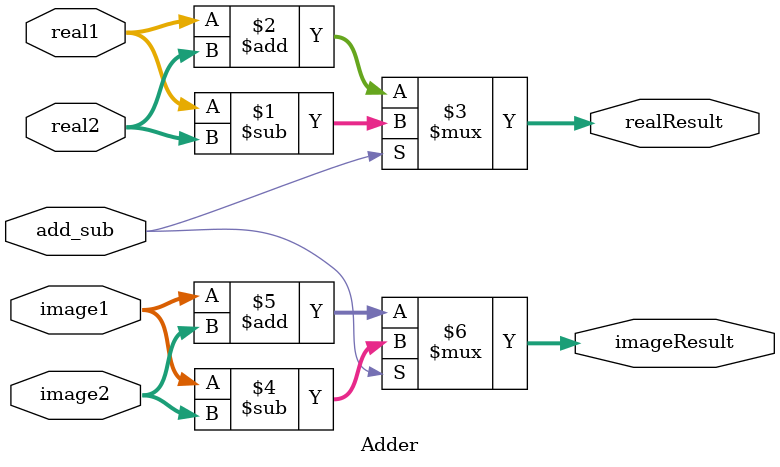
<source format=v>
module Adder(
	input wire [3:0] real1,
	input wire [3:0] image1,
	input wire [3:0] real2,
	input wire [3:0] image2,
	input wire add_sub,
	output wire [3:0] realResult,
	output wire [3:0] imageResult);

	
assign realResult[3:0] = add_sub?(real1 - real2):(real1+real2);
assign imageResult[3:0] = add_sub?(image1 - image2):(image1+image2);

endmodule


</source>
